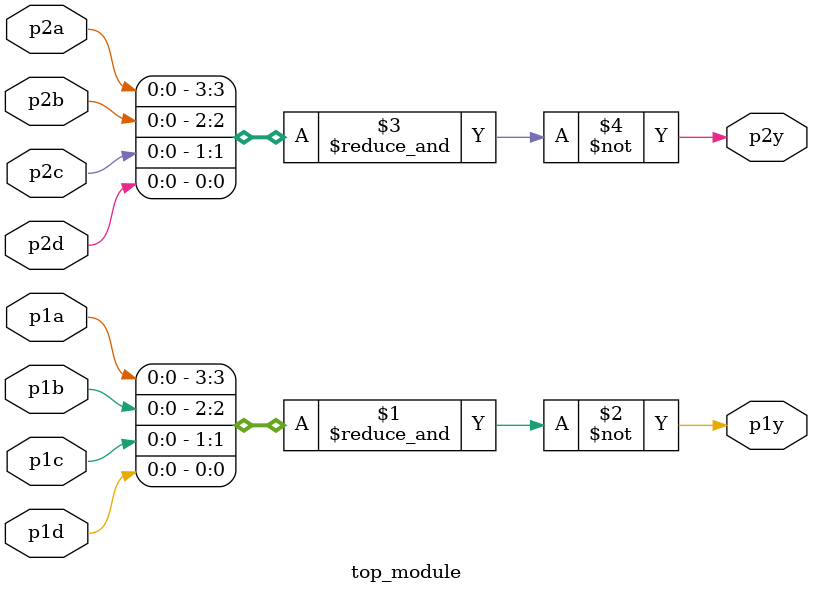
<source format=sv>
module top_module(
	input p1a, 
	input p1b, 
	input p1c, 
	input p1d, 
	output p1y, 
	input p2a, 
	input p2b, 
	input p2c, 
	input p2d, 
	output p2y
);

  wire p1and, p2and;
  assign p1y = ~(&{p1a, p1b, p1c, p1d});
  assign p2y = ~(&{p2a, p2b, p2c, p2d});

endmodule

</source>
